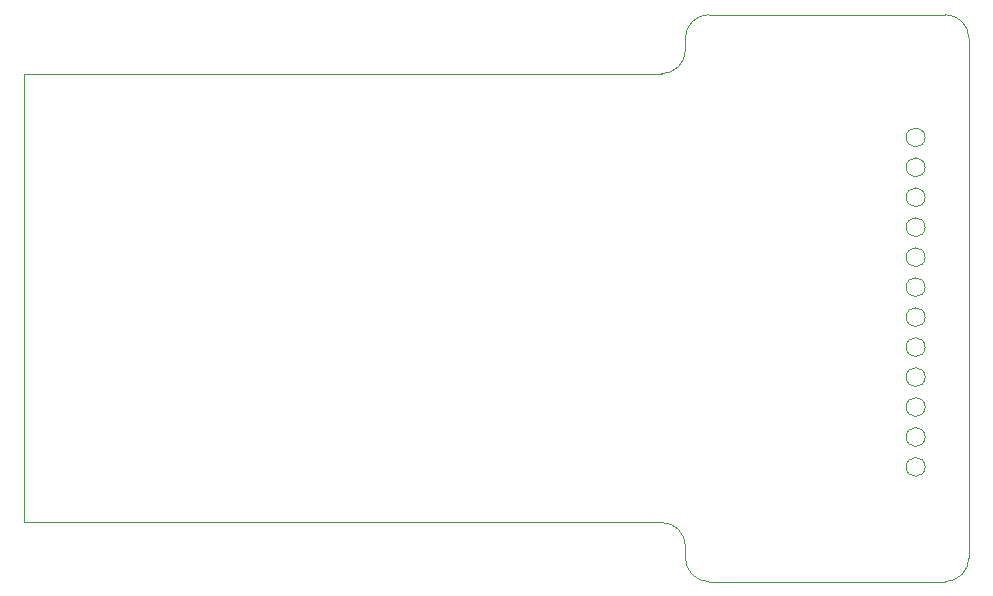
<source format=gbr>
%TF.GenerationSoftware,KiCad,Pcbnew,8.0.4*%
%TF.CreationDate,2024-08-22T21:39:24+02:00*%
%TF.ProjectId,breakout,62726561-6b6f-4757-942e-6b696361645f,rev?*%
%TF.SameCoordinates,Original*%
%TF.FileFunction,Profile,NP*%
%FSLAX46Y46*%
G04 Gerber Fmt 4.6, Leading zero omitted, Abs format (unit mm)*
G04 Created by KiCad (PCBNEW 8.0.4) date 2024-08-22 21:39:24*
%MOMM*%
%LPD*%
G01*
G04 APERTURE LIST*
%TA.AperFunction,Profile*%
%ADD10C,0.050000*%
%TD*%
G04 APERTURE END LIST*
D10*
X200300000Y-85081815D02*
G75*
G02*
X198700000Y-85081815I-800000J0D01*
G01*
X198700000Y-85081815D02*
G75*
G02*
X200300000Y-85081815I800000J0D01*
G01*
X200300000Y-80009089D02*
G75*
G02*
X198700000Y-80009089I-800000J0D01*
G01*
X198700000Y-80009089D02*
G75*
G02*
X200300000Y-80009089I800000J0D01*
G01*
X204000000Y-108000000D02*
G75*
G02*
X202000000Y-110000000I-2000000J0D01*
G01*
X200300000Y-100300000D02*
G75*
G02*
X198700000Y-100300000I-800000J0D01*
G01*
X198700000Y-100300000D02*
G75*
G02*
X200300000Y-100300000I800000J0D01*
G01*
X200300000Y-92690904D02*
G75*
G02*
X198700000Y-92690904I-800000J0D01*
G01*
X198700000Y-92690904D02*
G75*
G02*
X200300000Y-92690904I800000J0D01*
G01*
X200300000Y-90154541D02*
G75*
G02*
X198700000Y-90154541I-800000J0D01*
G01*
X198700000Y-90154541D02*
G75*
G02*
X200300000Y-90154541I800000J0D01*
G01*
X202000000Y-62000000D02*
G75*
G02*
X204000000Y-64000000I0J-2000000D01*
G01*
X180000000Y-65000000D02*
G75*
G02*
X178000000Y-67000000I-2000000J0D01*
G01*
X182000000Y-110000000D02*
G75*
G02*
X180000000Y-108000000I0J2000000D01*
G01*
X182000000Y-62000000D02*
X202000000Y-62000000D01*
X200300000Y-95227267D02*
G75*
G02*
X198700000Y-95227267I-800000J0D01*
G01*
X198700000Y-95227267D02*
G75*
G02*
X200300000Y-95227267I800000J0D01*
G01*
X131000000Y-105000000D02*
X178000000Y-105000000D01*
X124000000Y-105000000D02*
X131000000Y-105000000D01*
X200300000Y-74936363D02*
G75*
G02*
X198700000Y-74936363I-800000J0D01*
G01*
X198700000Y-74936363D02*
G75*
G02*
X200300000Y-74936363I800000J0D01*
G01*
X178000000Y-105000000D02*
G75*
G02*
X180000000Y-107000000I0J-2000000D01*
G01*
X200300000Y-77472726D02*
G75*
G02*
X198700000Y-77472726I-800000J0D01*
G01*
X198700000Y-77472726D02*
G75*
G02*
X200300000Y-77472726I800000J0D01*
G01*
X180000000Y-108000000D02*
X180000000Y-107000000D01*
X200300000Y-87618178D02*
G75*
G02*
X198700000Y-87618178I-800000J0D01*
G01*
X198700000Y-87618178D02*
G75*
G02*
X200300000Y-87618178I800000J0D01*
G01*
X182000000Y-110000000D02*
X202000000Y-110000000D01*
X180000000Y-65000000D02*
X180000000Y-64000000D01*
X180000000Y-64000000D02*
G75*
G02*
X182000000Y-62000000I2000000J0D01*
G01*
X204000000Y-64000000D02*
X204000000Y-108000000D01*
X124000000Y-67000000D02*
X124000000Y-105000000D01*
X200300000Y-82545452D02*
G75*
G02*
X198700000Y-82545452I-800000J0D01*
G01*
X198700000Y-82545452D02*
G75*
G02*
X200300000Y-82545452I800000J0D01*
G01*
X131000000Y-67000000D02*
X124000000Y-67000000D01*
X131000000Y-67000000D02*
X178000000Y-67000000D01*
X200300000Y-72400000D02*
G75*
G02*
X198700000Y-72400000I-800000J0D01*
G01*
X198700000Y-72400000D02*
G75*
G02*
X200300000Y-72400000I800000J0D01*
G01*
X200300000Y-97763630D02*
G75*
G02*
X198700000Y-97763630I-800000J0D01*
G01*
X198700000Y-97763630D02*
G75*
G02*
X200300000Y-97763630I800000J0D01*
G01*
M02*

</source>
